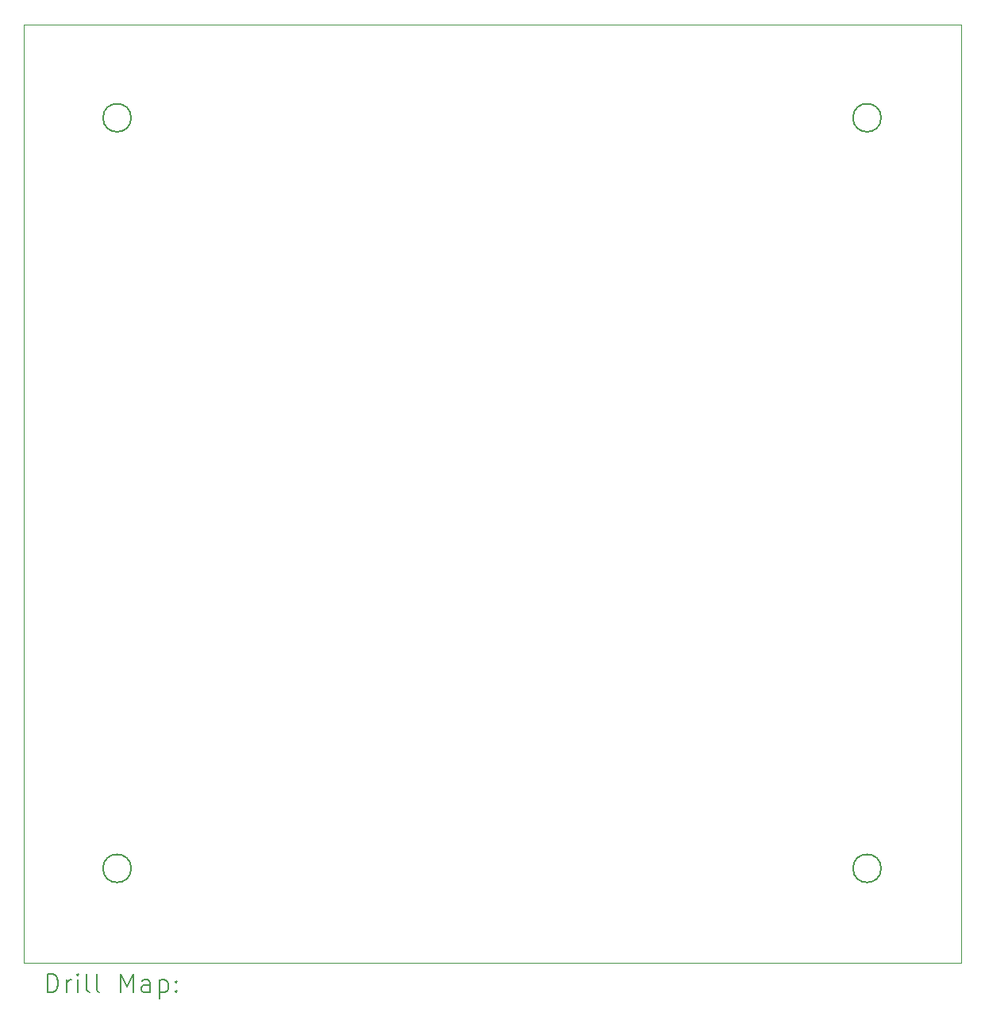
<source format=gbr>
%TF.GenerationSoftware,KiCad,Pcbnew,(6.0.7)*%
%TF.CreationDate,2022-09-05T15:03:53+08:00*%
%TF.ProjectId,6_1k,365f316b-2e6b-4696-9361-645f70636258,rev?*%
%TF.SameCoordinates,Original*%
%TF.FileFunction,Drillmap*%
%TF.FilePolarity,Positive*%
%FSLAX45Y45*%
G04 Gerber Fmt 4.5, Leading zero omitted, Abs format (unit mm)*
G04 Created by KiCad (PCBNEW (6.0.7)) date 2022-09-05 15:03:53*
%MOMM*%
%LPD*%
G01*
G04 APERTURE LIST*
%ADD10C,0.200000*%
%ADD11C,0.100000*%
G04 APERTURE END LIST*
D10*
X10350000Y-10200000D02*
G75*
G03*
X10350000Y-10200000I-150000J0D01*
G01*
X2350000Y-10200000D02*
G75*
G03*
X2350000Y-10200000I-150000J0D01*
G01*
X10350000Y-2200000D02*
G75*
G03*
X10350000Y-2200000I-150000J0D01*
G01*
X2350000Y-2200000D02*
G75*
G03*
X2350000Y-2200000I-150000J0D01*
G01*
D11*
X1206500Y-1206500D02*
X11206500Y-1206500D01*
X11206500Y-1206500D02*
X11206500Y-11206500D01*
X11206500Y-11206500D02*
X1206500Y-11206500D01*
X1206500Y-11206500D02*
X1206500Y-1206500D01*
D10*
X1459119Y-11521976D02*
X1459119Y-11321976D01*
X1506738Y-11321976D01*
X1535309Y-11331500D01*
X1554357Y-11350548D01*
X1563881Y-11369595D01*
X1573405Y-11407690D01*
X1573405Y-11436262D01*
X1563881Y-11474357D01*
X1554357Y-11493405D01*
X1535309Y-11512452D01*
X1506738Y-11521976D01*
X1459119Y-11521976D01*
X1659119Y-11521976D02*
X1659119Y-11388643D01*
X1659119Y-11426738D02*
X1668643Y-11407690D01*
X1678167Y-11398167D01*
X1697214Y-11388643D01*
X1716262Y-11388643D01*
X1782928Y-11521976D02*
X1782928Y-11388643D01*
X1782928Y-11321976D02*
X1773405Y-11331500D01*
X1782928Y-11341024D01*
X1792452Y-11331500D01*
X1782928Y-11321976D01*
X1782928Y-11341024D01*
X1906738Y-11521976D02*
X1887690Y-11512452D01*
X1878167Y-11493405D01*
X1878167Y-11321976D01*
X2011500Y-11521976D02*
X1992452Y-11512452D01*
X1982928Y-11493405D01*
X1982928Y-11321976D01*
X2240071Y-11521976D02*
X2240071Y-11321976D01*
X2306738Y-11464833D01*
X2373405Y-11321976D01*
X2373405Y-11521976D01*
X2554357Y-11521976D02*
X2554357Y-11417214D01*
X2544833Y-11398167D01*
X2525786Y-11388643D01*
X2487690Y-11388643D01*
X2468643Y-11398167D01*
X2554357Y-11512452D02*
X2535310Y-11521976D01*
X2487690Y-11521976D01*
X2468643Y-11512452D01*
X2459119Y-11493405D01*
X2459119Y-11474357D01*
X2468643Y-11455309D01*
X2487690Y-11445786D01*
X2535310Y-11445786D01*
X2554357Y-11436262D01*
X2649595Y-11388643D02*
X2649595Y-11588643D01*
X2649595Y-11398167D02*
X2668643Y-11388643D01*
X2706738Y-11388643D01*
X2725786Y-11398167D01*
X2735310Y-11407690D01*
X2744833Y-11426738D01*
X2744833Y-11483881D01*
X2735310Y-11502928D01*
X2725786Y-11512452D01*
X2706738Y-11521976D01*
X2668643Y-11521976D01*
X2649595Y-11512452D01*
X2830548Y-11502928D02*
X2840071Y-11512452D01*
X2830548Y-11521976D01*
X2821024Y-11512452D01*
X2830548Y-11502928D01*
X2830548Y-11521976D01*
X2830548Y-11398167D02*
X2840071Y-11407690D01*
X2830548Y-11417214D01*
X2821024Y-11407690D01*
X2830548Y-11398167D01*
X2830548Y-11417214D01*
M02*

</source>
